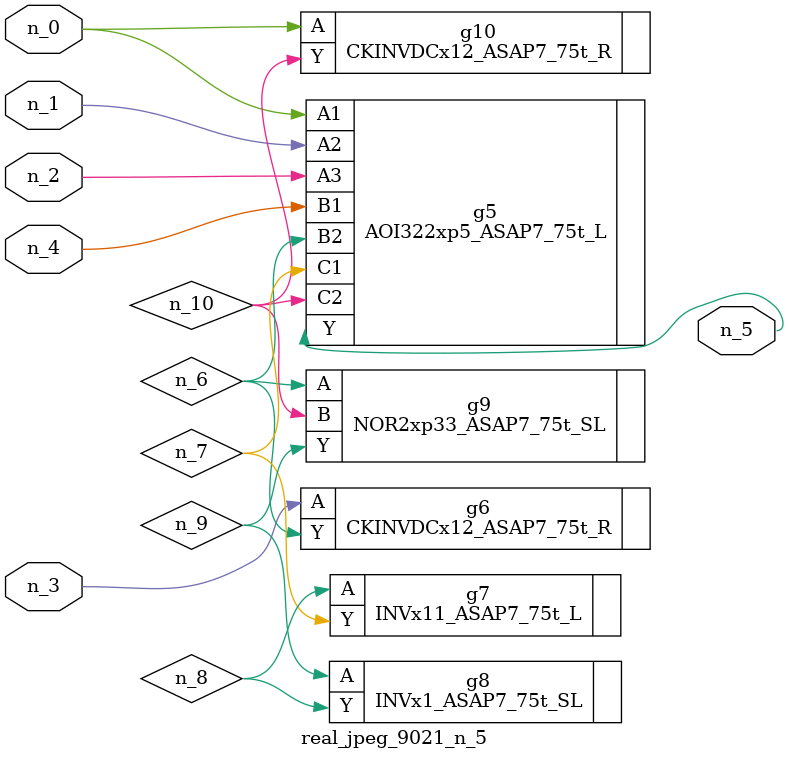
<source format=v>
module real_jpeg_9021_n_5 (n_4, n_0, n_1, n_2, n_3, n_5);

input n_4;
input n_0;
input n_1;
input n_2;
input n_3;

output n_5;

wire n_8;
wire n_6;
wire n_7;
wire n_10;
wire n_9;

AOI322xp5_ASAP7_75t_L g5 ( 
.A1(n_0),
.A2(n_1),
.A3(n_2),
.B1(n_4),
.B2(n_6),
.C1(n_7),
.C2(n_10),
.Y(n_5)
);

CKINVDCx12_ASAP7_75t_R g10 ( 
.A(n_0),
.Y(n_10)
);

CKINVDCx12_ASAP7_75t_R g6 ( 
.A(n_3),
.Y(n_6)
);

NOR2xp33_ASAP7_75t_SL g9 ( 
.A(n_6),
.B(n_10),
.Y(n_9)
);

INVx11_ASAP7_75t_L g7 ( 
.A(n_8),
.Y(n_7)
);

INVx1_ASAP7_75t_SL g8 ( 
.A(n_9),
.Y(n_8)
);


endmodule
</source>
